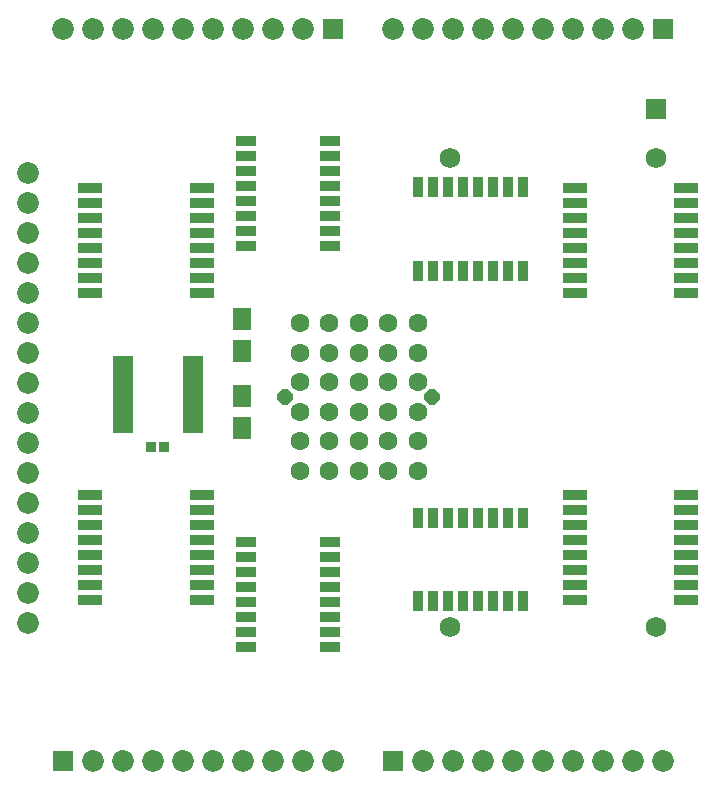
<source format=gts>
G04*
G04 #@! TF.GenerationSoftware,Altium Limited,CircuitStudio,1.5.2 (30)*
G04*
G04 Layer_Color=20142*
%FSLAX42Y42*%
%MOMM*%
G71*
G01*
G75*
%ADD11R,1.50X1.90*%
%ADD12R,1.71X0.90*%
%ADD13R,0.90X1.71*%
%ADD14R,2.00X0.85*%
%ADD15R,0.95X0.85*%
%ADD16R,1.68X0.65*%
%ADD17C,1.85*%
%ADD18R,1.73X1.73*%
%ADD19C,1.85*%
%ADD20R,1.80X1.80*%
%ADD21C,1.73*%
%ADD22C,1.60*%
%ADD23P,1.41X8X22.5*%
D11*
X4050Y5125D02*
D03*
Y4855D02*
D03*
X4050Y5505D02*
D03*
Y5775D02*
D03*
D12*
X4795Y3884D02*
D03*
Y3757D02*
D03*
Y3630D02*
D03*
Y3503D02*
D03*
Y3376D02*
D03*
Y3249D02*
D03*
Y3122D02*
D03*
Y2995D02*
D03*
X4085D02*
D03*
Y3122D02*
D03*
Y3249D02*
D03*
Y3376D02*
D03*
Y3503D02*
D03*
Y3630D02*
D03*
Y3757D02*
D03*
Y3884D02*
D03*
X4795Y7285D02*
D03*
Y7158D02*
D03*
Y7031D02*
D03*
Y6904D02*
D03*
Y6777D02*
D03*
Y6650D02*
D03*
Y6523D02*
D03*
Y6396D02*
D03*
X4085D02*
D03*
Y6523D02*
D03*
Y6650D02*
D03*
Y6777D02*
D03*
Y6904D02*
D03*
Y7031D02*
D03*
Y7158D02*
D03*
Y7285D02*
D03*
D13*
X5545Y4095D02*
D03*
X5672D02*
D03*
X5799D02*
D03*
X5926D02*
D03*
X6053D02*
D03*
X6180D02*
D03*
X6307D02*
D03*
X6434D02*
D03*
Y3385D02*
D03*
X6307D02*
D03*
X6180D02*
D03*
X6053D02*
D03*
X5926D02*
D03*
X5799D02*
D03*
X5672D02*
D03*
X5545D02*
D03*
X6434Y6185D02*
D03*
X6307D02*
D03*
X6180D02*
D03*
X6053D02*
D03*
X5926D02*
D03*
X5799D02*
D03*
X5672D02*
D03*
X5545D02*
D03*
Y6895D02*
D03*
X5672D02*
D03*
X5799D02*
D03*
X5926D02*
D03*
X6053D02*
D03*
X6180D02*
D03*
X6307D02*
D03*
X6434D02*
D03*
D14*
X6868Y4285D02*
D03*
Y4158D02*
D03*
Y4031D02*
D03*
Y3904D02*
D03*
Y3777D02*
D03*
Y3650D02*
D03*
Y3523D02*
D03*
Y3396D02*
D03*
X7812D02*
D03*
Y3523D02*
D03*
Y3650D02*
D03*
Y3777D02*
D03*
Y3904D02*
D03*
Y4031D02*
D03*
Y4158D02*
D03*
Y4285D02*
D03*
X2768D02*
D03*
Y4158D02*
D03*
Y4031D02*
D03*
Y3904D02*
D03*
Y3777D02*
D03*
Y3650D02*
D03*
Y3523D02*
D03*
Y3396D02*
D03*
X3712D02*
D03*
Y3523D02*
D03*
Y3650D02*
D03*
Y3777D02*
D03*
Y3904D02*
D03*
Y4031D02*
D03*
Y4158D02*
D03*
Y4285D02*
D03*
Y5996D02*
D03*
Y6123D02*
D03*
Y6250D02*
D03*
Y6377D02*
D03*
Y6504D02*
D03*
Y6631D02*
D03*
Y6758D02*
D03*
Y6885D02*
D03*
X2768D02*
D03*
Y6758D02*
D03*
Y6631D02*
D03*
Y6504D02*
D03*
Y6377D02*
D03*
Y6250D02*
D03*
Y6123D02*
D03*
Y5996D02*
D03*
X7812Y5996D02*
D03*
Y6123D02*
D03*
Y6250D02*
D03*
Y6377D02*
D03*
Y6504D02*
D03*
Y6631D02*
D03*
Y6758D02*
D03*
Y6885D02*
D03*
X6868D02*
D03*
Y6758D02*
D03*
Y6631D02*
D03*
Y6504D02*
D03*
Y6377D02*
D03*
Y6250D02*
D03*
Y6123D02*
D03*
Y5996D02*
D03*
D15*
X3285Y4690D02*
D03*
X3395D02*
D03*
D16*
X3046Y5433D02*
D03*
Y5368D02*
D03*
Y5303D02*
D03*
Y5238D02*
D03*
Y5173D02*
D03*
Y5107D02*
D03*
Y5042D02*
D03*
Y4977D02*
D03*
Y4912D02*
D03*
Y4847D02*
D03*
X3634D02*
D03*
Y4912D02*
D03*
Y4977D02*
D03*
Y5042D02*
D03*
Y5107D02*
D03*
Y5173D02*
D03*
Y5238D02*
D03*
Y5303D02*
D03*
Y5368D02*
D03*
Y5433D02*
D03*
D17*
X2240Y3200D02*
D03*
Y4470D02*
D03*
Y4724D02*
D03*
Y4978D02*
D03*
Y5232D02*
D03*
Y5486D02*
D03*
Y5740D02*
D03*
Y5994D02*
D03*
Y6248D02*
D03*
Y6502D02*
D03*
Y6756D02*
D03*
Y7010D02*
D03*
Y4216D02*
D03*
Y3962D02*
D03*
Y3708D02*
D03*
Y3454D02*
D03*
D18*
X7560Y7550D02*
D03*
D19*
X7620Y2032D02*
D03*
X7366D02*
D03*
X7112D02*
D03*
X6858D02*
D03*
X6604D02*
D03*
X6350D02*
D03*
X6096D02*
D03*
X5842D02*
D03*
X5588D02*
D03*
X4826D02*
D03*
X4572D02*
D03*
X4318D02*
D03*
X4064D02*
D03*
X3810D02*
D03*
X3556D02*
D03*
X3302D02*
D03*
X3048D02*
D03*
X2794D02*
D03*
X2540Y8228D02*
D03*
X2794D02*
D03*
X3048D02*
D03*
X3302D02*
D03*
X3556D02*
D03*
X3810D02*
D03*
X4064D02*
D03*
X4318D02*
D03*
X4572D02*
D03*
X5334D02*
D03*
X5588D02*
D03*
X5842D02*
D03*
X6096D02*
D03*
X6350D02*
D03*
X6604D02*
D03*
X6858D02*
D03*
X7112D02*
D03*
X7366D02*
D03*
D20*
X5334Y2032D02*
D03*
X2540D02*
D03*
X4826Y8228D02*
D03*
X7620D02*
D03*
D21*
X5810Y3165D02*
D03*
Y7140D02*
D03*
X7560Y3165D02*
D03*
Y7140D02*
D03*
D22*
X4540Y5740D02*
D03*
X5040Y5490D02*
D03*
X5290D02*
D03*
X4540Y5240D02*
D03*
X4790D02*
D03*
X5040D02*
D03*
X5290D02*
D03*
X5540D02*
D03*
Y4990D02*
D03*
Y4740D02*
D03*
X5290D02*
D03*
Y4990D02*
D03*
X5040Y4740D02*
D03*
X4790Y4490D02*
D03*
X4540D02*
D03*
X4790Y4740D02*
D03*
X4540D02*
D03*
X5040Y4990D02*
D03*
X4790D02*
D03*
X4540D02*
D03*
X4790Y5490D02*
D03*
X4540D02*
D03*
X5540D02*
D03*
Y5740D02*
D03*
X5290D02*
D03*
X5040D02*
D03*
Y4490D02*
D03*
X5290D02*
D03*
X5540D02*
D03*
X4790Y5740D02*
D03*
D23*
X5665Y5115D02*
D03*
X4415D02*
D03*
M02*

</source>
